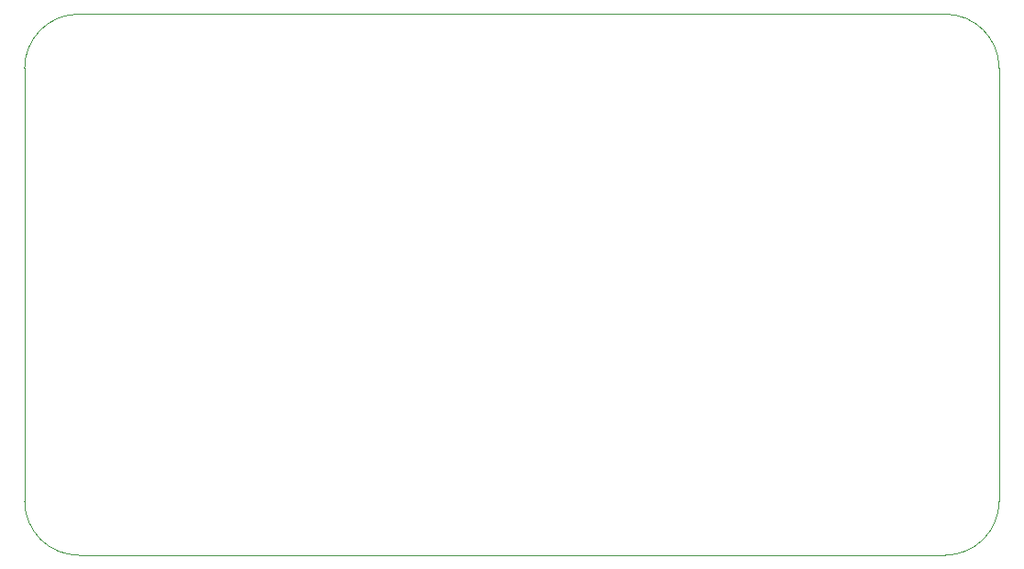
<source format=gm1>
%TF.GenerationSoftware,KiCad,Pcbnew,8.0.2*%
%TF.CreationDate,2024-05-02T10:02:14-07:00*%
%TF.ProjectId,busboard-1,62757362-6f61-4726-942d-312e6b696361,rev?*%
%TF.SameCoordinates,Original*%
%TF.FileFunction,Profile,NP*%
%FSLAX46Y46*%
G04 Gerber Fmt 4.6, Leading zero omitted, Abs format (unit mm)*
G04 Created by KiCad (PCBNEW 8.0.2) date 2024-05-02 10:02:14*
%MOMM*%
%LPD*%
G01*
G04 APERTURE LIST*
%TA.AperFunction,Profile*%
%ADD10C,0.050000*%
%TD*%
G04 APERTURE END LIST*
D10*
X105000000Y-150000000D02*
G75*
G02*
X100000000Y-145000000I0J5000000D01*
G01*
X190000000Y-145000000D02*
X190000000Y-105000000D01*
X185000000Y-100000000D02*
X105000000Y-100000000D01*
X100000000Y-105000000D02*
G75*
G02*
X105000000Y-100000000I5000000J0D01*
G01*
X100000000Y-105000000D02*
X100000000Y-145000000D01*
X190000000Y-145000000D02*
G75*
G02*
X185000000Y-150000000I-5000000J0D01*
G01*
X105000000Y-150000000D02*
X185000000Y-150000000D01*
X185000000Y-100000000D02*
G75*
G02*
X190000000Y-105000000I0J-5000000D01*
G01*
M02*

</source>
